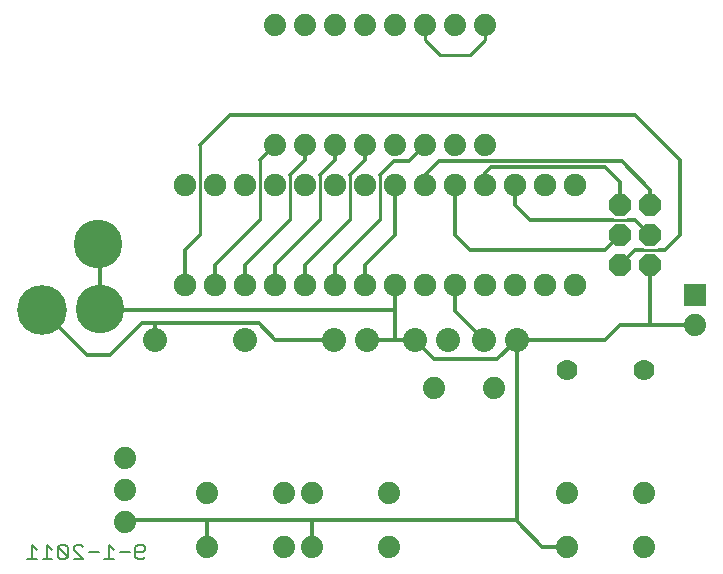
<source format=gbr>
G04 EAGLE Gerber RS-274X export*
G75*
%MOMM*%
%FSLAX34Y34*%
%LPD*%
%INBottom Copper*%
%IPPOS*%
%AMOC8*
5,1,8,0,0,1.08239X$1,22.5*%
G01*
%ADD10C,0.203200*%
%ADD11P,2.034460X8X292.500000*%
%ADD12R,1.879600X1.879600*%
%ADD13C,1.879600*%
%ADD14C,2.032000*%
%ADD15C,1.905000*%
%ADD16C,4.216000*%
%ADD17C,4.114800*%
%ADD18C,1.778000*%
%ADD19C,0.304800*%
%ADD20C,0.254000*%


D10*
X-199136Y6860D02*
X-201170Y4826D01*
X-205237Y4826D01*
X-207271Y6860D01*
X-207271Y14995D01*
X-205237Y17028D01*
X-201170Y17028D01*
X-199136Y14995D01*
X-199136Y12961D01*
X-201170Y10927D01*
X-207271Y10927D01*
X-212233Y10927D02*
X-220368Y10927D01*
X-225331Y12961D02*
X-229398Y17028D01*
X-229398Y4826D01*
X-225331Y4826D02*
X-233465Y4826D01*
X-238428Y10927D02*
X-246563Y10927D01*
X-251525Y4826D02*
X-259660Y4826D01*
X-251525Y4826D02*
X-259660Y12961D01*
X-259660Y14995D01*
X-257626Y17028D01*
X-253559Y17028D01*
X-251525Y14995D01*
X-264622Y14995D02*
X-264622Y6860D01*
X-264622Y14995D02*
X-266656Y17028D01*
X-270723Y17028D01*
X-272757Y14995D01*
X-272757Y6860D01*
X-270723Y4826D01*
X-266656Y4826D01*
X-264622Y6860D01*
X-272757Y14995D01*
X-277720Y12961D02*
X-281787Y17028D01*
X-281787Y4826D01*
X-277720Y4826D02*
X-285854Y4826D01*
X-290817Y12961D02*
X-294884Y17028D01*
X-294884Y4826D01*
X-290817Y4826D02*
X-298952Y4826D01*
D11*
X203200Y304800D03*
X228600Y304800D03*
X203200Y279400D03*
X228600Y279400D03*
X203200Y254000D03*
X228600Y254000D03*
D12*
X266700Y228600D03*
D13*
X266700Y203200D03*
D14*
X-39370Y190500D03*
X-11430Y190500D03*
D15*
X-165100Y236855D03*
X-139700Y236855D03*
X-114300Y236855D03*
X-88900Y236855D03*
X-63500Y236855D03*
X-38100Y236855D03*
X-12700Y236855D03*
X12700Y236855D03*
X38100Y236855D03*
X63500Y236855D03*
X88900Y236855D03*
X114300Y236855D03*
X139700Y236855D03*
X165100Y236855D03*
X165100Y321310D03*
X139700Y321310D03*
X114300Y321310D03*
X88900Y321310D03*
X63500Y321310D03*
X38100Y321310D03*
X12700Y321310D03*
X-12700Y321310D03*
X-38100Y321310D03*
X-63500Y321310D03*
X-88900Y321310D03*
X-114300Y321310D03*
X-139700Y321310D03*
X-165100Y321310D03*
D13*
X-57912Y60706D03*
X7112Y60706D03*
X-57912Y15494D03*
X7112Y15494D03*
X-146812Y60706D03*
X-81788Y60706D03*
X-146812Y15494D03*
X-81788Y15494D03*
X96520Y149860D03*
X45720Y149860D03*
D14*
X29210Y190500D03*
X57150Y190500D03*
X115570Y190500D03*
X87630Y190500D03*
D13*
X-215900Y90678D03*
X-215900Y63500D03*
X-215900Y36322D03*
X157988Y60706D03*
X223012Y60706D03*
X157988Y15494D03*
X223012Y15494D03*
D16*
X-286235Y216106D03*
D17*
X-238983Y272023D03*
X-236993Y216270D03*
D18*
X223000Y165100D03*
X158000Y165100D03*
D14*
X-114300Y190500D03*
X-190500Y190500D03*
D13*
X-88900Y355600D03*
X-63500Y355600D03*
X-38100Y355600D03*
X-12700Y355600D03*
X12700Y355600D03*
X38100Y355600D03*
X88900Y355600D03*
X63500Y355600D03*
X88900Y457200D03*
X-38100Y457200D03*
X-12700Y457200D03*
X12700Y457200D03*
X63500Y457200D03*
X38100Y457200D03*
X-63500Y457200D03*
X-88900Y457200D03*
D19*
X136906Y15494D02*
X157988Y15494D01*
X-58420Y38100D02*
X-146050Y38100D01*
X-57912Y37592D02*
X-57912Y15494D01*
X-57912Y37592D02*
X-58420Y38100D01*
X-146812Y37338D02*
X-146812Y15494D01*
X-146812Y37338D02*
X-146050Y38100D01*
X12700Y215900D02*
X12700Y236855D01*
X12700Y190500D02*
X29210Y190500D01*
X12700Y190500D02*
X-11430Y190500D01*
X203200Y203200D02*
X228600Y203200D01*
X266700Y203200D01*
X190500Y190500D02*
X115570Y190500D01*
X190500Y190500D02*
X203200Y203200D01*
X228600Y203200D02*
X228600Y254000D01*
X12700Y215900D02*
X12700Y190500D01*
X-146050Y38100D02*
X-214122Y38100D01*
X-215900Y36322D01*
X115570Y38100D02*
X115570Y190500D01*
X115570Y38100D02*
X115570Y36830D01*
X136906Y15494D01*
X115570Y38100D02*
X-58420Y38100D01*
X99060Y173990D02*
X115570Y190500D01*
X99060Y173990D02*
X45720Y173990D01*
X29210Y190500D01*
X12700Y215900D02*
X-236623Y215900D01*
X-236993Y216270D01*
X-236993Y270032D01*
X-238983Y272023D01*
X215900Y381000D02*
X254000Y342900D01*
X215900Y381000D02*
X-127000Y381000D01*
X-152400Y355600D01*
D20*
X-152400Y279400D01*
D19*
X-165100Y266700D01*
X-165100Y236855D01*
X203200Y254000D02*
X215900Y266700D01*
X236220Y266700D02*
X241300Y266700D01*
D20*
X236220Y266700D02*
X222250Y266700D01*
D19*
X215900Y266700D01*
X241300Y266700D02*
X254000Y279400D01*
X254000Y342900D01*
X-12700Y254000D02*
X-12700Y236855D01*
X-12700Y254000D02*
X12700Y279400D01*
X12700Y321310D01*
X-39370Y190500D02*
X-88900Y190500D01*
X-102870Y204470D01*
X-190500Y204470D01*
X-190500Y190500D01*
X38100Y321310D02*
X38100Y330200D01*
X49530Y341630D01*
X204470Y341630D01*
X228600Y317500D01*
X228600Y304800D01*
X-190500Y204470D02*
X-201930Y204470D01*
X-228600Y177800D01*
X-247930Y177800D01*
X-286235Y216106D01*
X63500Y279400D02*
X76200Y266700D01*
X63500Y279400D02*
X63500Y321310D01*
X76200Y266700D02*
X190500Y266700D01*
X203200Y279400D01*
X203200Y304800D02*
X203200Y323850D01*
X190500Y336550D01*
X93980Y336550D01*
X88900Y331470D01*
X88900Y321310D01*
X114300Y321310D02*
X114300Y304800D01*
X127000Y292100D01*
X215900Y292100D02*
X228600Y279400D01*
D20*
X209550Y292100D02*
X196850Y292100D01*
D19*
X209550Y292100D02*
X215900Y292100D01*
X196850Y292100D02*
X127000Y292100D01*
X63500Y236855D02*
X63500Y214630D01*
X87630Y190500D01*
X-139700Y236855D02*
X-139700Y254000D01*
X-101600Y292100D01*
D20*
X-101600Y342900D01*
D19*
X-88900Y355600D01*
X-114300Y254000D02*
X-114300Y236855D01*
X-114300Y254000D02*
X-76200Y292100D01*
D20*
X-76200Y330200D01*
D19*
X-63500Y342900D01*
X-63500Y355600D01*
X-38100Y254000D02*
X-38100Y236855D01*
X-38100Y254000D02*
X0Y292100D01*
D20*
X0Y330200D01*
D19*
X11430Y341630D01*
X24130Y341630D01*
X38100Y355600D01*
X-63500Y254000D02*
X-63500Y236855D01*
X-63500Y254000D02*
X-25400Y292100D01*
D20*
X-25400Y330200D01*
D19*
X-12700Y342900D01*
X-12700Y355600D01*
X-88900Y254000D02*
X-88900Y236855D01*
X-88900Y254000D02*
X-50800Y292100D01*
D20*
X-50800Y330200D01*
D19*
X-38100Y342900D01*
X-38100Y355600D01*
D20*
X38100Y444500D02*
X38100Y457200D01*
X38100Y444500D02*
X50800Y431800D01*
X76200Y431800D01*
X88900Y444500D01*
X88900Y457200D01*
M02*

</source>
